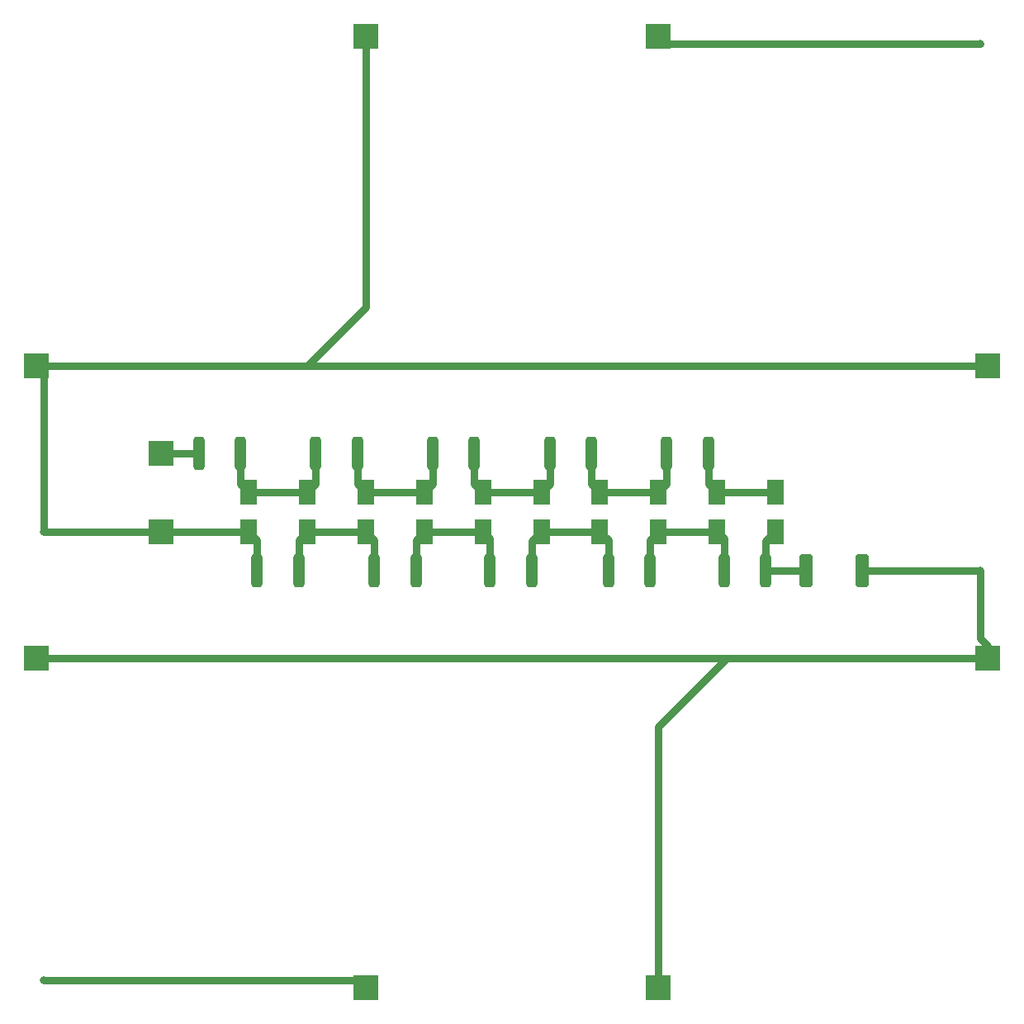
<source format=gbl>
G04 #@! TF.GenerationSoftware,KiCad,Pcbnew,6.0.0-d3dd2cf0fa~116~ubuntu20.04.1*
G04 #@! TF.CreationDate,2022-01-09T22:45:00+01:00*
G04 #@! TF.ProjectId,Statikplatte,53746174-696b-4706-9c61-7474652e6b69,rev?*
G04 #@! TF.SameCoordinates,Original*
G04 #@! TF.FileFunction,Copper,L2,Bot*
G04 #@! TF.FilePolarity,Positive*
%FSLAX46Y46*%
G04 Gerber Fmt 4.6, Leading zero omitted, Abs format (unit mm)*
G04 Created by KiCad (PCBNEW 6.0.0-d3dd2cf0fa~116~ubuntu20.04.1) date 2022-01-09 22:45:00*
%MOMM*%
%LPD*%
G01*
G04 APERTURE LIST*
G04 Aperture macros list*
%AMRoundRect*
0 Rectangle with rounded corners*
0 $1 Rounding radius*
0 $2 $3 $4 $5 $6 $7 $8 $9 X,Y pos of 4 corners*
0 Add a 4 corners polygon primitive as box body*
4,1,4,$2,$3,$4,$5,$6,$7,$8,$9,$2,$3,0*
0 Add four circle primitives for the rounded corners*
1,1,$1+$1,$2,$3*
1,1,$1+$1,$4,$5*
1,1,$1+$1,$6,$7*
1,1,$1+$1,$8,$9*
0 Add four rect primitives between the rounded corners*
20,1,$1+$1,$2,$3,$4,$5,0*
20,1,$1+$1,$4,$5,$6,$7,0*
20,1,$1+$1,$6,$7,$8,$9,0*
20,1,$1+$1,$8,$9,$2,$3,0*%
G04 Aperture macros list end*
G04 #@! TA.AperFunction,SMDPad,CuDef*
%ADD10RoundRect,0.250000X0.312500X1.450000X-0.312500X1.450000X-0.312500X-1.450000X0.312500X-1.450000X0*%
G04 #@! TD*
G04 #@! TA.AperFunction,SMDPad,CuDef*
%ADD11R,2.500000X2.500000*%
G04 #@! TD*
G04 #@! TA.AperFunction,SMDPad,CuDef*
%ADD12R,1.700000X2.500000*%
G04 #@! TD*
G04 #@! TA.AperFunction,SMDPad,CuDef*
%ADD13RoundRect,0.250000X0.425000X1.425000X-0.425000X1.425000X-0.425000X-1.425000X0.425000X-1.425000X0*%
G04 #@! TD*
G04 #@! TA.AperFunction,ViaPad*
%ADD14C,0.800000*%
G04 #@! TD*
G04 #@! TA.AperFunction,Conductor*
%ADD15C,0.800000*%
G04 #@! TD*
G04 APERTURE END LIST*
D10*
X123862500Y-106000000D03*
X128137500Y-106000000D03*
X129862500Y-94000000D03*
X134137500Y-94000000D03*
X135862500Y-106000000D03*
X140137500Y-106000000D03*
X141862500Y-94000000D03*
X146137500Y-94000000D03*
X147725000Y-106000000D03*
X152000000Y-106000000D03*
X153862500Y-94000000D03*
X158137500Y-94000000D03*
X159862500Y-106000000D03*
X164137500Y-106000000D03*
X165862500Y-94000000D03*
X170137500Y-94000000D03*
X171725000Y-106000000D03*
X176000000Y-106000000D03*
D11*
X114000000Y-94000000D03*
X135000000Y-148750000D03*
X114000000Y-102000000D03*
X198750000Y-85000000D03*
X135000000Y-51250000D03*
X165000000Y-148750000D03*
X165000000Y-51250000D03*
X198750000Y-115000000D03*
X101250000Y-115000000D03*
X101250000Y-85000000D03*
D12*
X177000000Y-98000000D03*
X177000000Y-102000000D03*
X129000000Y-97999999D03*
X129000000Y-101999999D03*
X135000000Y-102000000D03*
X135000000Y-98000000D03*
X141000000Y-98000000D03*
X141000000Y-102000000D03*
X147000000Y-102000000D03*
X147000000Y-98000000D03*
X153000000Y-97999999D03*
X153000000Y-101999999D03*
X159000000Y-102000001D03*
X159000000Y-98000001D03*
X165000000Y-98000000D03*
X165000000Y-102000000D03*
X171000000Y-102000000D03*
X171000000Y-98000000D03*
D10*
X117862500Y-94000000D03*
X122137500Y-94000000D03*
D13*
X180100000Y-106000000D03*
X185900000Y-106000000D03*
D12*
X123000000Y-102000000D03*
X123000000Y-98000000D03*
D14*
X102000000Y-102000000D03*
X102000000Y-148000000D03*
X198000000Y-106000000D03*
X198000000Y-52000000D03*
D15*
X114000000Y-94000000D02*
X117862500Y-94000000D01*
X164137500Y-102862500D02*
X165000000Y-102000000D01*
X164137500Y-106000000D02*
X164137500Y-102862500D01*
X171725000Y-102725000D02*
X171000000Y-102000000D01*
X171725000Y-106000000D02*
X171725000Y-102725000D01*
X171000000Y-102000000D02*
X165000000Y-102000000D01*
X170137500Y-97137500D02*
X171000000Y-98000000D01*
X170137500Y-94000000D02*
X170137500Y-97137500D01*
X171000000Y-98000000D02*
X177000000Y-98000000D01*
X158137500Y-97137501D02*
X159000000Y-98000001D01*
X158137500Y-94000000D02*
X158137500Y-97137501D01*
X165862500Y-97137500D02*
X165000000Y-98000000D01*
X165862500Y-94000000D02*
X165862500Y-97137500D01*
X164999999Y-98000001D02*
X165000000Y-98000000D01*
X159000000Y-98000001D02*
X164999999Y-98000001D01*
X152000000Y-102999999D02*
X153000000Y-101999999D01*
X152000000Y-106000000D02*
X152000000Y-102999999D01*
X159862500Y-102862501D02*
X159000000Y-102000001D01*
X159862500Y-106000000D02*
X159862500Y-102862501D01*
X153000002Y-102000001D02*
X153000000Y-101999999D01*
X159000000Y-102000001D02*
X153000002Y-102000001D01*
X146137500Y-97137500D02*
X147000000Y-98000000D01*
X146137500Y-94000000D02*
X146137500Y-97137500D01*
X153862500Y-97137499D02*
X153000000Y-97999999D01*
X153862500Y-94000000D02*
X153862500Y-97137499D01*
X147000001Y-97999999D02*
X147000000Y-98000000D01*
X153000000Y-97999999D02*
X147000001Y-97999999D01*
X140137500Y-102862500D02*
X141000000Y-102000000D01*
X140137500Y-106000000D02*
X140137500Y-102862500D01*
X147725000Y-102725000D02*
X147000000Y-102000000D01*
X147725000Y-106000000D02*
X147725000Y-102725000D01*
X147000000Y-102000000D02*
X141000000Y-102000000D01*
X134137500Y-97137500D02*
X135000000Y-98000000D01*
X134137500Y-94000000D02*
X134137500Y-97137500D01*
X141862500Y-97137500D02*
X141000000Y-98000000D01*
X141862500Y-94000000D02*
X141862500Y-97137500D01*
X135000000Y-98000000D02*
X141000000Y-98000000D01*
X128137500Y-102862499D02*
X129000000Y-101999999D01*
X128137500Y-106000000D02*
X128137500Y-102862499D01*
X134999999Y-101999999D02*
X135000000Y-102000000D01*
X129000000Y-101999999D02*
X134999999Y-101999999D01*
X135862500Y-102862500D02*
X135000000Y-102000000D01*
X135862500Y-106000000D02*
X135862500Y-102862500D01*
X122137500Y-97137500D02*
X123000000Y-98000000D01*
X122137500Y-94000000D02*
X122137500Y-97137500D01*
X129862500Y-97137499D02*
X129000000Y-97999999D01*
X129862500Y-94000000D02*
X129862500Y-97137499D01*
X123000001Y-97999999D02*
X123000000Y-98000000D01*
X129000000Y-97999999D02*
X123000001Y-97999999D01*
X114000000Y-102000000D02*
X123000000Y-102000000D01*
X123862500Y-102862500D02*
X123000000Y-102000000D01*
X123862500Y-106000000D02*
X123862500Y-102862500D01*
X114000000Y-102000000D02*
X111950000Y-102000000D01*
X111950000Y-102000000D02*
X102000000Y-102000000D01*
X101250000Y-85000000D02*
X101250000Y-85250000D01*
X102000000Y-86000000D02*
X102000000Y-102000000D01*
X101250000Y-85250000D02*
X102000000Y-86000000D01*
X135000000Y-51250000D02*
X135000000Y-79000000D01*
X135000000Y-79000000D02*
X129000000Y-85000000D01*
X101250000Y-85000000D02*
X129000000Y-85000000D01*
X129000000Y-85000000D02*
X198750000Y-85000000D01*
X135000000Y-148750000D02*
X134750000Y-148750000D01*
X134750000Y-148750000D02*
X134000000Y-148000000D01*
X134000000Y-148000000D02*
X102000000Y-148000000D01*
X176000000Y-103000000D02*
X177000000Y-102000000D01*
X176000000Y-106000000D02*
X176000000Y-103000000D01*
X180100000Y-106000000D02*
X176000000Y-106000000D01*
X185900000Y-106000000D02*
X198000000Y-106000000D01*
X198750000Y-113750000D02*
X198000000Y-113000000D01*
X198750000Y-115000000D02*
X198750000Y-113750000D01*
X198000000Y-113000000D02*
X198000000Y-106000000D01*
X165000000Y-122000000D02*
X172000000Y-115000000D01*
X165000000Y-148750000D02*
X165000000Y-122000000D01*
X101250000Y-115000000D02*
X172000000Y-115000000D01*
X172000000Y-115000000D02*
X198750000Y-115000000D01*
X166000000Y-52000000D02*
X198000000Y-52000000D01*
X165000000Y-51250000D02*
X165250000Y-51250000D01*
X165250000Y-51250000D02*
X166000000Y-52000000D01*
M02*

</source>
